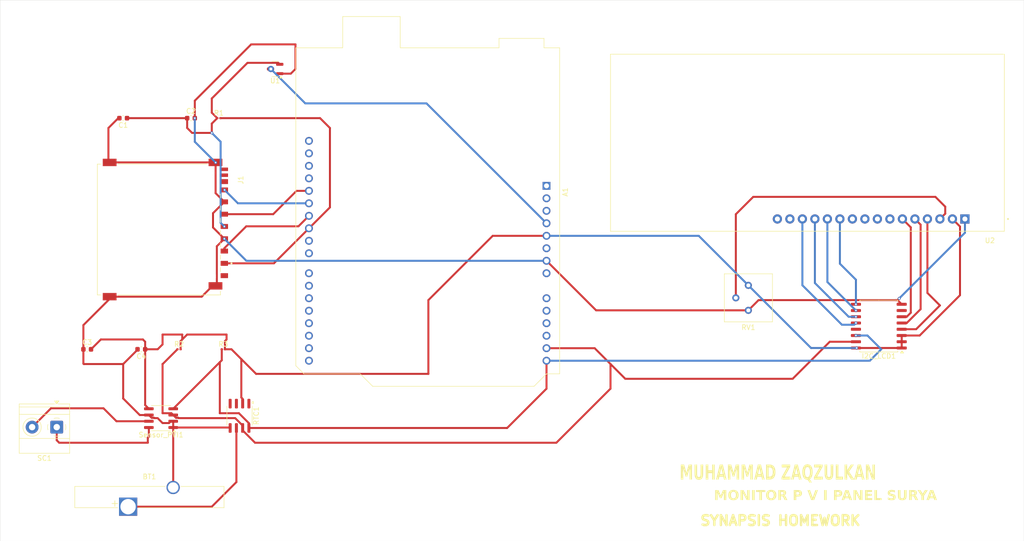
<source format=kicad_pcb>
(kicad_pcb (version 20241229) (generator "pcbnew") (generator_version "9.0")
  (layers (0 "F.Cu" signal) (2 "B.Cu" signal) (13 "F.Paste" user) (15 "B.Paste" user) (5 "F.SilkS" user "F.Silkscreen") (7 "B.SilkS" user "B.Silkscreen") (1 "F.Mask" user) (3 "B.Mask" user) (25 "Edge.Cuts" user))
  (net 0 "")
  (net 5 "Net-(A1-D13)")
  (net 7 "Net-(A1-3V3)")
  (net 8 "Net-(A1-D10)")
  (net 12 "Net-(I2C_LCD1-SDA)")
  (net 13 "Net-(A1-D12)")
  (net 17 "Net-(I2C_LCD1-SCL)")
  (net 18 "Net-(BT1--)")
  (net 23 "Net-(A1-D11)")
  (net 25 "Net-(A1-+5V)")
  (net 33 "Net-(BT1-+)")
  (net 34 "Net-(I2C_LCD1-P2)")
  (net 35 "Net-(I2C_LCD1-P6)")
  (net 36 "Net-(I2C_LCD1-P7)")
  (net 39 "Net-(I2C_LCD1-P5)")
  (net 40 "Net-(I2C_LCD1-P0)")
  (net 41 "Net-(I2C_LCD1-P4)")
  (net 42 "Net-(I2C_LCD1-P1)")
  (net 46 "Net-(SC1-+)")
  (net 47 "Net-(SC1--)")
  (net 48 "Net-(J1-VDD1)")
  (net 58 "Net-(U2-VO)")
  (footprint "Resistor_SMD:R_0201_0603Metric" (layer "F.Cu") (at 141.345 143)
    (property "Reference" "R3" (at 0 -1.05 0) (layer "F.SilkS"))
    (property "Value" "4.7k")
    (pad "1" smd roundrect (at -0.32 0) (size 0.46 0.4) (layers "F.Cu" "F.Mask") (net 17 "Net-(I2C_LCD1-SCL)"))
    (pad "2" smd roundrect (at 0.32 0) (size 0.46 0.4) (layers "F.Cu" "F.Mask") (net 25 "Net-(A1-+5V)"))
  )
  (footprint "Resistor_SMD:R_0201_0603Metric" (layer "F.Cu") (at 140.43 96)
    (property "Reference" "R1" (at 0 -1.05 0) (layer "F.SilkS"))
    (property "Value" "10k pullup")
    (pad "1" smd roundrect (at -0.32 0) (size 0.46 0.4) (layers "F.Cu" "F.Mask") (net 48 "Net-(J1-VDD1)"))
    (pad "2" smd roundrect (at 0.32 0) (size 0.46 0.4) (layers "F.Cu" "F.Mask") (net 8 "Net-(A1-D10)"))
  )
  (footprint "Potentiometer_THT:Potentiometer_Bourns_3386P_Vertical" (layer "F.Cu") (at 248 130 180)
    (property "Reference" "RV1" (at -0.015 -8.555 0) (layer "F.SilkS"))
    (property "Value" "R_Potentiometer")
    (fp_line (start 4.87 -7.425) (end 4.87 2.345) (stroke (width 0.12)) (layer "F.SilkS"))
    (fp_line (start -4.9 2.345) (end 4.87 2.345) (stroke (width 0.12)) (layer "F.SilkS"))
    (fp_line (start -4.9 -7.425) (end 4.87 -7.425) (stroke (width 0.12)) (layer "F.SilkS"))
    (fp_line (start -4.9 -7.425) (end -4.9 2.345) (stroke (width 0.12)) (layer "F.SilkS"))
    (pad "1" thru_hole circle (at 0 0 180) (size 1.44 1.44) (drill 0.8) (layers "*.Cu" "*.Mask") (net 25 "Net-(A1-+5V)"))
    (pad "2" thru_hole circle (at 2.54 -2.54 180) (size 1.44 1.44) (drill 0.8) (layers "*.Cu" "*.Mask") (net 58 "Net-(U2-VO)"))
    (pad "3" thru_hole circle (at 0 -5.08 180) (size 1.44 1.44) (drill 0.8) (layers "*.Cu" "*.Mask") (net 18 "Net-(BT1--)"))
  )
  (footprint "Capacitor_SMD:C_0603_1608Metric" (layer "F.Cu") (at 121 96 180)
    (property "Reference" "C1" (at 0 -1.43 0) (layer "F.SilkS"))
    (property "Value" "0.1 uF")
    (fp_line (start -0.14058 0.51) (end 0.14058 0.51) (stroke (width 0.12)) (layer "F.SilkS"))
    (fp_line (start -0.14058 -0.51) (end 0.14058 -0.51) (stroke (width 0.12)) (layer "F.SilkS"))
    (pad "1" smd roundrect (at -0.775 0 180) (size 0.9 0.95) (layers "F.Cu" "F.Mask" "F.Paste") (net 48 "Net-(J1-VDD1)"))
    (pad "2" smd roundrect (at 0.775 0 180) (size 0.9 0.95) (layers "F.Cu" "F.Mask" "F.Paste") (net 18 "Net-(BT1--)"))
  )
  (footprint "Capacitor_SMD:C_0603_1608Metric" (layer "F.Cu") (at 113.69 143)
    (property "Reference" "C3" (at 0 -1.43 0) (layer "F.SilkS"))
    (property "Value" "0.1 uF")
    (fp_line (start -0.14058 -0.51) (end 0.14058 -0.51) (stroke (width 0.12)) (layer "F.SilkS"))
    (fp_line (start -0.14058 0.51) (end 0.14058 0.51) (stroke (width 0.12)) (layer "F.SilkS"))
    (pad "1" smd roundrect (at -0.775 0) (size 0.9 0.95) (layers "F.Cu" "F.Mask" "F.Paste") (net 18 "Net-(BT1--)"))
    (pad "2" smd roundrect (at 0.775 0) (size 0.9 0.95) (layers "F.Cu" "F.Mask" "F.Paste") (net 25 "Net-(A1-+5V)"))
  )
  (footprint "Package_SO:SOIC-8_3.9x4.9mm_P1.27mm" (layer "F.Cu") (at 144.635 156.525 -90)
    (property "Reference" "RTC1" (at 0 -3.4 90) (layer "F.SilkS"))
    (property "Value" "DS3231MZ")
    (fp_line (start 0 2.56) (end -1.95 2.56) (stroke (width 0.12)) (layer "F.SilkS"))
    (fp_line (start 0 2.56) (end 1.95 2.56) (stroke (width 0.12)) (layer "F.SilkS"))
    (fp_line (start 0 -2.56) (end -1.95 -2.56) (stroke (width 0.12)) (layer "F.SilkS"))
    (fp_line (start 0 -2.56) (end 1.95 -2.56) (stroke (width 0.12)) (layer "F.SilkS"))
    (fp_poly (pts (xy -2.7 -2.465) (xy -2.94 -2.795) (xy -2.46 -2.795) (xy -2.7 -2.465)) (stroke (width 0.12)) (fill yes) (layer "F.SilkS"))
    (pad "1" smd roundrect (at -2.475 -1.905 270) (size 1.95 0.6) (layers "F.Cu" "F.Mask" "F.Paste"))
    (pad "2" smd roundrect (at -2.475 -0.635 270) (size 1.95 0.6) (layers "F.Cu" "F.Mask" "F.Paste") (net 25 "Net-(A1-+5V)"))
    (pad "3" smd roundrect (at -2.475 0.635 270) (size 1.95 0.6) (layers "F.Cu" "F.Mask" "F.Paste"))
    (pad "4" smd roundrect (at -2.475 1.905 270) (size 1.95 0.6) (layers "F.Cu" "F.Mask" "F.Paste"))
    (pad "5" smd roundrect (at 2.475 1.905 270) (size 1.95 0.6) (layers "F.Cu" "F.Mask" "F.Paste") (net 18 "Net-(BT1--)"))
    (pad "6" smd roundrect (at 2.475 0.635 270) (size 1.95 0.6) (layers "F.Cu" "F.Mask" "F.Paste") (net 33 "Net-(BT1-+)"))
    (pad "7" smd roundrect (at 2.475 -0.635 270) (size 1.95 0.6) (layers "F.Cu" "F.Mask" "F.Paste") (net 12 "Net-(I2C_LCD1-SDA)"))
    (pad "8" smd roundrect (at 2.475 -1.905 270) (size 1.95 0.6) (layers "F.Cu" "F.Mask" "F.Paste") (net 17 "Net-(I2C_LCD1-SCL)"))
  )
  (footprint "Package_TO_SOT_SMD:SOT-23" (layer "F.Cu") (at 151.87 86 180)
    (property "Reference" "U1" (at 0 -2.4 0) (layer "F.SilkS"))
    (property "Value" "MCP1700x-120xxTT")
    (fp_line (start 0 1.56) (end 0.65 1.56) (stroke (width 0.12)) (layer "F.SilkS"))
    (fp_line (start 0 1.56) (end -0.65 1.56) (stroke (width 0.12)) (layer "F.SilkS"))
    (fp_line (start 0 -1.56) (end 0.65 -1.56) (stroke (width 0.12)) (layer "F.SilkS"))
    (fp_line (start 0 -1.56) (end -0.65 -1.56) (stroke (width 0.12)) (layer "F.SilkS"))
    (fp_poly (pts (xy -1.1625 -1.51) (xy -1.4025 -1.84) (xy -0.9225 -1.84) (xy -1.1625 -1.51)) (stroke (width 0.12)) (fill yes) (layer "F.SilkS"))
    (pad "1" smd roundrect (at -0.9375 -0.95 180) (size 1.475 0.6) (layers "F.Cu" "F.Mask" "F.Paste") (net 18 "Net-(BT1--)"))
    (pad "2" smd roundrect (at -0.9375 0.95 180) (size 1.475 0.6) (layers "F.Cu" "F.Mask" "F.Paste") (net 48 "Net-(J1-VDD1)"))
    (pad "3" smd roundrect (at 0.9375 0 180) (size 1.475 0.6) (layers "F.Cu" "F.Mask" "F.Paste") (net 7 "Net-(A1-3V3)"))
  )
  (footprint "TerminalBlock_Phoenix:TerminalBlock_Phoenix_MKDS-1,5-2_1x02_P5.00mm_Horizontal" (layer "F.Cu") (at 107.5 158.8275 180)
    (property "Reference" "SC1" (at 2.5 -6.32 0) (layer "F.SilkS"))
    (property "Value" "Solar_Cell")
    (fp_line (start 7.62 -5.32) (end 7.62 4.72) (stroke (width 0.12)) (layer "F.SilkS"))
    (fp_line (start 6.411 -1.184) (end 6.367 -1.14) (stroke (width 0.12)) (layer "F.SilkS"))
    (fp_line (start 6.184 -1.411) (end 6.14 -1.367) (stroke (width 0.12)) (layer "F.SilkS"))
    (fp_line (start 3.86 1.367) (end 3.816 1.41) (stroke (width 0.12)) (layer "F.SilkS"))
    (fp_line (start 3.633 1.14) (end 3.589 1.183) (stroke (width 0.12)) (layer "F.SilkS"))
    (fp_line (start 0.3 4.72) (end 7.62 4.72) (stroke (width 0.12)) (layer "F.SilkS"))
    (fp_line (start -2.62 4.72) (end -0.3 4.72) (stroke (width 0.12)) (layer "F.SilkS"))
    (fp_line (start -2.62 4.1) (end 7.62 4.1) (stroke (width 0.12)) (layer "F.SilkS"))
    (fp_line (start -2.62 2.6) (end 7.62 2.6) (stroke (width 0.12)) (layer "F.SilkS"))
    (fp_line (start -2.62 -2.3) (end 7.62 -2.3) (stroke (width 0.12)) (layer "F.SilkS"))
    (fp_line (start -2.62 -5.32) (end 7.62 -5.32) (stroke (width 0.12)) (layer "F.SilkS"))
    (fp_line (start -2.62 -5.32) (end -2.62 4.72) (stroke (width 0.12)) (layer "F.SilkS"))
    (fp_arc (start 1.78 -0.54) (mid 1.860107 -0.000355) (end 1.780206 0.539321) (stroke (width 0.12)) (layer "F.SilkS"))
    (fp_arc (start 0.54 1.78) (mid 0.000355 1.860107) (end -0.539321 1.780206) (stroke (width 0.12)) (layer "F.SilkS"))
    (fp_arc (start -0.54 -1.78) (mid -0.000355 -1.860107) (end 0.539321 -1.780206) (stroke (width 0.12)) (layer "F.SilkS"))
    (fp_arc (start -1.78 0.54) (mid -1.860107 0.000355) (end -1.780206 -0.539321) (stroke (width 0.12)) (layer "F.SilkS"))
    (fp_circle (center 5 0) (end 6.86 0) (stroke (width 0.12)) (fill no) (layer "F.SilkS"))
    (fp_poly (pts (xy 0 4.72) (xy 0.44 5.33) (xy -0.44 5.33) (xy 0 4.72)) (stroke (width 0.12)) (fill yes) (layer "F.SilkS"))
    (pad "1" thru_hole roundrect (at 0 0 180) (size 2.6 2.6) (drill 1.3) (layers "*.Cu" "*.Mask") (roundrect_rratio 0.096154) (net 46 "Net-(SC1-+)"))
    (pad "2" thru_hole circle (at 5 0 180) (size 2.6 2.6) (drill 1.3) (layers "*.Cu" "*.Mask") (net 47 "Net-(SC1--)"))
  )
  (footprint "Package_SO:SOIC-8_3.9x4.9mm_P1.27mm" (layer "F.Cu") (at 128.69 157 180)
    (property "Reference" "Sensor_PVI1" (at 0 -3.4 0) (layer "F.SilkS"))
    (property "Value" "INA219AxD" (hide yes))
    (fp_line (start 0 2.56) (end 1.95 2.56) (stroke (width 0.12)) (layer "F.SilkS"))
    (fp_line (start 0 2.56) (end -1.95 2.56) (stroke (width 0.12)) (layer "F.SilkS"))
    (fp_line (start 0 -2.56) (end 1.95 -2.56) (stroke (width 0.12)) (layer "F.SilkS"))
    (fp_line (start 0 -2.56) (end -1.95 -2.56) (stroke (width 0.12)) (layer "F.SilkS"))
    (fp_poly (pts (xy -2.7 -2.465) (xy -2.94 -2.795) (xy -2.46 -2.795) (xy -2.7 -2.465)) (stroke (width 0.12)) (fill yes) (layer "F.SilkS"))
    (pad "1" smd roundrect (at -2.475 -1.905 180) (size 1.95 0.6) (layers "F.Cu" "F.Mask" "F.Paste") (net 18 "Net-(BT1--)"))
    (pad "2" smd roundrect (at -2.475 -0.635 180) (size 1.95 0.6) (layers "F.Cu" "F.Mask" "F.Paste") (net 18 "Net-(BT1--)"))
    (pad "3" smd roundrect (at -2.475 0.635 180) (size 1.95 0.6) (layers "F.Cu" "F.Mask" "F.Paste") (net 12 "Net-(I2C_LCD1-SDA)"))
    (pad "4" smd roundrect (at -2.475 1.905 180) (size 1.95 0.6) (layers "F.Cu" "F.Mask" "F.Paste") (net 17 "Net-(I2C_LCD1-SCL)"))
    (pad "5" smd roundrect (at 2.475 1.905 180) (size 1.95 0.6) (layers "F.Cu" "F.Mask" "F.Paste") (net 25 "Net-(A1-+5V)"))
    (pad "6" smd roundrect (at 2.475 0.635 180) (size 1.95 0.6) (layers "F.Cu" "F.Mask" "F.Paste") (net 18 "Net-(BT1--)"))
    (pad "7" smd roundrect (at 2.475 -0.635 180) (size 1.95 0.6) (layers "F.Cu" "F.Mask" "F.Paste") (net 47 "Net-(SC1--)"))
    (pad "8" smd roundrect (at 2.475 -1.905 180) (size 1.95 0.6) (layers "F.Cu" "F.Mask" "F.Paste") (net 46 "Net-(SC1-+)"))
  )
  (footprint "Footprint GSD:AMPHENOL_GSD090012SEU" (layer "F.Cu") (at 128.25 118.65 -90)
    (property "Reference" "J1" (at -10.075 -16.635 90) (layer "F.SilkS"))
    (property "Value" "GSD090012SEU")
    (fp_line (start -13.3 12.5) (end -13.3 11.72) (stroke (width 0.127)) (layer "F.SilkS"))
    (fp_line (start 13.3 12.5) (end -13.3 12.5) (stroke (width 0.127)) (layer "F.SilkS"))
    (fp_line (start 13.3 12.5) (end 13.3 11.72) (stroke (width 0.127)) (layer "F.SilkS"))
    (fp_line (start -13.3 -9.78) (end -13.3 8.28) (stroke (width 0.127)) (layer "F.SilkS"))
    (fp_line (start -7.23 -12.5) (end -6.445 -12.5) (stroke (width 0.127)) (layer "F.SilkS"))
    (fp_line (start -4.805 -12.5) (end -3.945 -12.5) (stroke (width 0.127)) (layer "F.SilkS"))
    (fp_line (start -2.305 -12.5) (end -1.445 -12.5) (stroke (width 0.127)) (layer "F.SilkS"))
    (fp_line (start 0.195 -12.5) (end 1.055 -12.5) (stroke (width 0.127)) (layer "F.SilkS"))
    (fp_line (start 2.695 -12.5) (end 3.555 -12.5) (stroke (width 0.127)) (layer "F.SilkS"))
    (fp_line (start 5.195 -12.5) (end 6.055 -12.5) (stroke (width 0.127)) (layer "F.SilkS"))
    (fp_line (start 7.695 -12.5) (end 8.555 -12.5) (stroke (width 0.127)) (layer "F.SilkS"))
    (fp_line (start 12.52 -12.5) (end 13.3 -12.5) (stroke (width 0.127)) (layer "F.SilkS"))
    (fp_line (start 13.3 -12.5) (end 13.3 8.28) (stroke (width 0.127)) (layer "F.SilkS"))
    (fp_circle (center 6.875 -14.75) (end 6.975 -14.75) (stroke (width 0.2)) (fill no) (layer "F.SilkS"))
    (pad "" np_thru_hole circle (at -11.5 -10.5 270) (size 1.15 1.15) (drill 1.15) (layers "*.Cu" "*.Mask"))
    (pad "" np_thru_hole circle (at 9.5 -10.5 270) (size 1.65 1.65) (drill 1.65) (layers "*.Cu" "*.Mask"))
    (pad "1" smd rect (at 6.875 -13.3 270) (size 1 1.5) (layers "F.Cu" "F.Mask" "F.Paste") (net 8 "Net-(A1-D10)"))
    (pad "2" smd rect (at 4.375 -13.3 270) (size 1 1.5) (layers "F.Cu" "F.Mask" "F.Paste") (net 23 "Net-(A1-D11)"))
    (pad "3" smd rect (at 1.875 -13.3 270) (size 1 1.5) (layers "F.Cu" "F.Mask" "F.Paste") (net 18 "Net-(BT1--)"))
    (pad "4" smd rect (at -0.625 -13.3 270) (size 1 1.5) (layers "F.Cu" "F.Mask" "F.Paste") (net 48 "Net-(J1-VDD1)"))
    (pad "5" smd rect (at -3.125 -13.3 270) (size 1 1.5) (layers "F.Cu" "F.Mask" "F.Paste") (net 5 "Net-(A1-D13)"))
    (pad "6" smd rect (at -5.625 -13.3 270) (size 1 1.5) (layers "F.Cu" "F.Mask" "F.Paste") (net 18 "Net-(BT1--)"))
    (pad "7" smd rect (at -8.05 -13.3 270) (size 1 1.5) (layers "F.Cu" "F.Mask" "F.Paste") (net 13 "Net-(A1-D12)"))
    (pad "8" smd rect (at -9.75 -13.3 270) (size 1 1.5) (layers "F.Cu" "F.Mask" "F.Paste"))
    (pad "9" smd rect (at 9.375 -13.3 270) (size 1 1.5) (layers "F.Cu" "F.Mask" "F.Paste"))
    (pad "CD_IND" smd rect (at -11.05 -13.3 270) (size 0.7 1.5) (layers "F.Cu" "F.Mask" "F.Paste"))
    (pad "G1" smd rect (at -13.65 -11.5 270) (size 1.5 2.8) (layers "F.Cu" "F.Mask" "F.Paste") (net 18 "Net-(BT1--)"))
    (pad "G2" smd rect (at 11.45 -11.5 270) (size 1.5 2.8) (layers "F.Cu" "F.Mask" "F.Paste") (net 18 "Net-(BT1--)"))
    (pad "G3" smd rect (at 13.65 10 270) (size 1.5 2.8) (layers "F.Cu" "F.Mask" "F.Paste") (net 18 "Net-(BT1--)"))
    (pad "G4" smd rect (at -13.65 10 270) (size 1.5 2.8) (layers "F.Cu" "F.Mask" "F.Paste") (net 18 "Net-(BT1--)"))
    (pad "WP" smd rect (at -12.25 -13.3 270) (size 0.7 1.5) (layers "F.Cu" "F.Mask" "F.Paste"))
  )
  (footprint "F:MODULE_LCD-16X2" (layer "F.Cu") (at 260 101 180)
    (property "Reference" "U2" (at -37.075 -19.885 0) (layer "F.SilkS"))
    (property "Value" "LCD-16X2")
    (fp_line (start 40 18) (end -40 18) (stroke (width 0.127)) (layer "F.SilkS"))
    (fp_line (start 40 -18) (end 40 18) (stroke (width 0.127)) (layer "F.SilkS"))
    (fp_line (start -40 18) (end -40 -18) (stroke (width 0.127)) (layer "F.SilkS"))
    (fp_line (start -40 -18) (end 40 -18) (stroke (width 0.127)) (layer "F.SilkS"))
    (fp_circle (center -40.75 -15.5) (end -40.65 -15.5) (stroke (width 0.2)) (fill no) (layer "F.SilkS"))
    (pad "" np_thru_hole circle (at -37.5 -15.5 180) (size 2.8 2.8) (drill 2.8) (layers "*.Cu" "*.Mask"))
    (pad "" np_thru_hole circle (at -37.5 15.5 180) (size 2.8 2.8) (drill 2.8) (layers "*.Cu" "*.Mask"))
    (pad "" np_thru_hole circle (at 37.5 -15.5 180) (size 2.8 2.8) (drill 2.8) (layers "*.Cu" "*.Mask"))
    (pad "" np_thru_hole circle (at 37.5 15.5 180) (size 2.8 2.8) (drill 2.8) (layers "*.Cu" "*.Mask"))
    (pad "1" thru_hole rect (at -32 -15.5 180) (size 1.8796 1.8796) (drill 1.016) (layers "*.Cu" "*.Mask") (net 18 "Net-(BT1--)"))
    (pad "2" thru_hole circle (at -29.46 -15.5 180) (size 1.8796 1.8796) (drill 1.016) (layers "*.Cu" "*.Mask") (net 25 "Net-(A1-+5V)"))
    (pad "3" thru_hole circle (at -26.92 -15.5 180) (size 1.8796 1.8796) (drill 1.016) (layers "*.Cu" "*.Mask") (net 58 "Net-(U2-VO)"))
    (pad "4" thru_hole circle (at -24.38 -15.5 180) (size 1.8796 1.8796) (drill 1.016) (layers "*.Cu" "*.Mask") (net 40 "Net-(I2C_LCD1-P0)"))
    (pad "5" thru_hole circle (at -21.84 -15.5 180) (size 1.8796 1.8796) (drill 1.016) (layers "*.Cu" "*.Mask") (net 42 "Net-(I2C_LCD1-P1)"))
    (pad "6" thru_hole circle (at -19.3 -15.5 180) (size 1.8796 1.8796) (drill 1.016) (layers "*.Cu" "*.Mask") (net 34 "Net-(I2C_LCD1-P2)"))
    (pad "7" thru_hole circle (at -16.76 -15.5 180) (size 1.8796 1.8796) (drill 1.016) (layers "*.Cu" "*.Mask"))
    (pad "8" thru_hole circle (at -14.22 -15.5 180) (size 1.8796 1.8796) (drill 1.016) (layers "*.Cu" "*.Mask"))
    (pad "9" thru_hole circle (at -11.68 -15.5 180) (size 1.8796 1.8796) (drill 1.016) (layers "*.Cu" "*.Mask"))
    (pad "10" thru_hole circle (at -9.14 -15.5 180) (size 1.8796 1.8796) (drill 1.016) (layers "*.Cu" "*.Mask"))
    (pad "11" thru_hole circle (at -6.6 -15.5 180) (size 1.8796 1.8796) (drill 1.016) (layers "*.Cu" "*.Mask") (net 41 "Net-(I2C_LCD1-P4)"))
    (pad "12" thru_hole circle (at -4.06 -15.5 180) (size 1.8796 1.8796) (drill 1.016) (layers "*.Cu" "*.Mask") (net 39 "Net-(I2C_LCD1-P5)"))
    (pad "13" thru_hole circle (at -1.52 -15.5 180) (size 1.8796 1.8796) (drill 1.016) (layers "*.Cu" "*.Mask") (net 35 "Net-(I2C_LCD1-P6)"))
    (pad "14" thru_hole circle (at 1.02 -15.5 180) (size 1.8796 1.8796) (drill 1.016) (layers "*.Cu" "*.Mask") (net 36 "Net-(I2C_LCD1-P7)"))
    (pad "15" thru_hole circle (at 3.56 -15.5 180) (size 1.8796 1.8796) (drill 1.016) (layers "*.Cu" "*.Mask"))
    (pad "16" thru_hole circle (at 6.1 -15.5 180) (size 1.8796 1.8796) (drill 1.016) (layers "*.Cu" "*.Mask"))
  )
  (footprint "Capacitor_SMD:C_0603_1608Metric" (layer "F.Cu") (at 134.775 96)
    (property "Reference" "C2" (at 0 -1.43 0) (layer "F.SilkS"))
    (property "Value" "10 uF")
    (fp_line (start -0.14058 -0.51) (end 0.14058 -0.51) (stroke (width 0.12)) (layer "F.SilkS"))
    (fp_line (start -0.14058 0.51) (end 0.14058 0.51) (stroke (width 0.12)) (layer "F.SilkS"))
    (pad "1" smd roundrect (at -0.775 0) (size 0.9 0.95) (layers "F.Cu" "F.Mask" "F.Paste") (net 48 "Net-(J1-VDD1)"))
    (pad "2" smd roundrect (at 0.775 0) (size 0.9 0.95) (layers "F.Cu" "F.Mask" "F.Paste") (net 18 "Net-(BT1--)"))
  )
  (footprint "Resistor_SMD:R_0201_0603Metric" (layer "F.Cu") (at 132.345 143)
    (property "Reference" "R2" (at 0 -1.05 0) (layer "F.SilkS"))
    (property "Value" "4.7k")
    (pad "1" smd roundrect (at -0.32 0) (size 0.46 0.4) (layers "F.Cu" "F.Mask") (net 12 "Net-(I2C_LCD1-SDA)"))
    (pad "2" smd roundrect (at 0.32 0) (size 0.46 0.4) (layers "F.Cu" "F.Mask") (net 25 "Net-(A1-+5V)"))
  )
  (footprint "Capacitor_SMD:C_0603_1608Metric" (layer "F.Cu") (at 124.69 143 180)
    (property "Reference" "C4" (at 0 -1.43 0) (layer "F.SilkS"))
    (property "Value" "0.1 uF")
    (fp_line (start -0.14058 0.51) (end 0.14058 0.51) (stroke (width 0.12)) (layer "F.SilkS"))
    (fp_line (start -0.14058 -0.51) (end 0.14058 -0.51) (stroke (width 0.12)) (layer "F.SilkS"))
    (pad "1" smd roundrect (at -0.775 0 180) (size 0.9 0.95) (layers "F.Cu" "F.Mask" "F.Paste") (net 25 "Net-(A1-+5V)"))
    (pad "2" smd roundrect (at 0.775 0 180) (size 0.9 0.95) (layers "F.Cu" "F.Mask" "F.Paste") (net 18 "Net-(BT1--)"))
  )
  (footprint "Package_SO:SOIC-16W_7.5x10.3mm_P1.27mm" (layer "F.Cu") (at 274.505 138.29 180)
    (property "Reference" "I2C_LCD1" (at 0 -6.1 0) (layer "F.SilkS"))
    (property "Value" "PCF8574AT")
    (fp_line (start 3.86 5.26) (end 3.86 5.005) (stroke (width 0.12)) (layer "F.SilkS"))
    (fp_line (start 3.86 -5.26) (end 3.86 -5.005) (stroke (width 0.12)) (layer "F.SilkS"))
    (fp_line (start 0 5.26) (end 3.86 5.26) (stroke (width 0.12)) (layer "F.SilkS"))
    (fp_line (start 0 5.26) (end -3.86 5.26) (stroke (width 0.12)) (layer "F.SilkS"))
    (fp_line (start 0 -5.26) (end 3.86 -5.26) (stroke (width 0.12)) (layer "F.SilkS"))
    (fp_line (start 0 -5.26) (end -3.86 -5.26) (stroke (width 0.12)) (layer "F.SilkS"))
    (fp_line (start -3.86 5.26) (end -3.86 5.005) (stroke (width 0.12)) (layer "F.SilkS"))
    (fp_line (start -3.86 -5.26) (end -3.86 -5.005) (stroke (width 0.12)) (layer "F.SilkS"))
    (fp_poly (pts (xy -4.7125 -5.005) (xy -5.0525 -5.475) (xy -4.3725 -5.475) (xy -4.7125 -5.005)) (stroke (width 0.12)) (fill yes) (layer "F.SilkS"))
    (pad "1" smd roundrect (at -4.65 -4.445 180) (size 2.05 0.6) (layers "F.Cu" "F.Mask" "F.Paste") (net 25 "Net-(A1-+5V)"))
    (pad "2" smd roundrect (at -4.65 -3.175 180) (size 2.05 0.6) (layers "F.Cu" "F.Mask" "F.Paste") (net 25 "Net-(A1-+5V)"))
    (pad "3" smd roundrect (at -4.65 -1.905 180) (size 2.05 0.6) (layers "F.Cu" "F.Mask" "F.Paste") (net 25 "Net-(A1-+5V)"))
    (pad "4" smd roundrect (at -4.65 -0.635 180) (size 2.05 0.6) (layers "F.Cu" "F.Mask" "F.Paste") (net 40 "Net-(I2C_LCD1-P0)"))
    (pad "5" smd roundrect (at -4.65 0.635 180) (size 2.05 0.6) (layers "F.Cu" "F.Mask" "F.Paste") (net 42 "Net-(I2C_LCD1-P1)"))
    (pad "6" smd roundrect (at -4.65 1.905 180) (size 2.05 0.6) (layers "F.Cu" "F.Mask" "F.Paste") (net 34 "Net-(I2C_LCD1-P2)"))
    (pad "7" smd roundrect (at -4.65 3.175 180) (size 2.05 0.6) (layers "F.Cu" "F.Mask" "F.Paste"))
    (pad "8" smd roundrect (at -4.65 4.445 180) (size 2.05 0.6) (layers "F.Cu" "F.Mask" "F.Paste") (net 18 "Net-(BT1--)"))
    (pad "9" smd roundrect (at 4.65 4.445 180) (size 2.05 0.6) (layers "F.Cu" "F.Mask" "F.Paste") (net 41 "Net-(I2C_LCD1-P4)"))
    (pad "10" smd roundrect (at 4.65 3.175 180) (size 2.05 0.6) (layers "F.Cu" "F.Mask" "F.Paste") (net 39 "Net-(I2C_LCD1-P5)"))
    (pad "11" smd roundrect (at 4.65 1.905 180) (size 2.05 0.6) (layers "F.Cu" "F.Mask" "F.Paste") (net 35 "Net-(I2C_LCD1-P6)"))
    (pad "12" smd roundrect (at 4.65 0.635 180) (size 2.05 0.6) (layers "F.Cu" "F.Mask" "F.Paste") (net 36 "Net-(I2C_LCD1-P7)"))
    (pad "13" smd roundrect (at 4.65 -0.635 180) (size 2.05 0.6) (layers "F.Cu" "F.Mask" "F.Paste"))
    (pad "14" smd roundrect (at 4.65 -1.905 180) (size 2.05 0.6) (layers "F.Cu" "F.Mask" "F.Paste") (net 17 "Net-(I2C_LCD1-SCL)"))
    (pad "15" smd roundrect (at 4.65 -3.175 180) (size 2.05 0.6) (layers "F.Cu" "F.Mask" "F.Paste") (net 12 "Net-(I2C_LCD1-SDA)"))
    (pad "16" smd roundrect (at 4.65 -4.445 180) (size 2.05 0.6) (layers "F.Cu" "F.Mask" "F.Paste") (net 25 "Net-(A1-+5V)"))
  )
  (footprint "Battery:Battery_Panasonic_CR3032-VCN_Vertical_CircularHoles" (layer "F.Cu") (at 122 175)
    (property "Reference" "BT1" (at 4.325 -6.1 0) (layer "F.SilkS"))
    (property "Value" "Battery_CR2032")
    (fp_line (start -10.835 -4.11) (end -10.835 0.21) (stroke (width 0.12)) (layer "F.SilkS"))
    (fp_line (start -10.835 -4.11) (end 7.54 -4.11) (stroke (width 0.12)) (layer "F.SilkS"))
    (fp_line (start -10.835 0.21) (end -2.11 0.21) (stroke (width 0.12)) (layer "F.SilkS"))
    (fp_line (start 2.11 0.21) (end 19.485 0.21) (stroke (width 0.12)) (layer "F.SilkS"))
    (fp_line (start 10.76 -4.11) (end 19.485 -4.11) (stroke (width 0.12)) (layer "F.SilkS"))
    (fp_line (start 19.485 -4.11) (end 19.485 0.21) (stroke (width 0.12)) (layer "F.SilkS"))
    (fp_text user "+" (at -2.7 -0.75 0) (layer "F.SilkS") (effects (font (size 1.5 1.5))))
    (pad "1" thru_hole rect (at 0 0) (size 3.7 3.7) (drill 3.12) (layers "*.Cu" "*.Mask") (net 33 "Net-(BT1-+)"))
    (pad "2" thru_hole circle (at 9.15 -3.9) (size 2.7 2.7) (drill 2.12) (layers "*.Cu" "*.Mask") (net 18 "Net-(BT1--)"))
  )
  (footprint "Module:Arduino_UNO_R3" (layer "F.Cu") (at 207 109.76 -90)
    (property "Reference" "A1" (at 1.27 -3.81 90) (layer "F.SilkS"))
    (property "Value" "Arduino_UNO_R3")
    (fp_line (start -28.07 50.93) (end 36.58 50.93) (stroke (width 0.12)) (layer "F.SilkS"))
    (fp_line (start 36.58 50.93) (end 38.23 49.28) (stroke (width 0.12)) (layer "F.SilkS"))
    (fp_line (start 38.23 49.28) (end 38.23 37.85) (stroke (width 0.12)) (layer "F.SilkS"))
    (fp_line (start -34.42 41.4) (end -28.07 41.4) (stroke (width 0.12)) (layer "F.SilkS"))
    (fp_line (start -28.07 41.4) (end -28.07 50.93) (stroke (width 0.12)) (layer "F.SilkS"))
    (fp_line (start 38.23 37.85) (end 40.77 35.31) (stroke (width 0.12)) (layer "F.SilkS"))
    (fp_line (start 40.77 35.31) (end 40.77 2.54) (stroke (width 0.12)) (layer "F.SilkS"))
    (fp_line (start -34.42 29.72) (end -34.42 41.4) (stroke (width 0.12)) (layer "F.SilkS"))
    (fp_line (start -28.07 29.72) (end -34.42 29.72) (stroke (width 0.12)) (layer "F.SilkS"))
    (fp_line (start -29.97 9.65) (end -28.07 9.65) (stroke (width 0.12)) (layer "F.SilkS"))
    (fp_line (start -28.07 9.65) (end -28.07 29.72) (stroke (width 0.12)) (layer "F.SilkS"))
    (fp_line (start 40.77 2.54) (end 38.23 0) (stroke (width 0.12)) (layer "F.SilkS"))
    (fp_line (start -29.97 0.51) (end -29.97 9.65) (stroke (width 0.12)) (layer "F.SilkS"))
    (fp_line (start -28.07 0.51) (end -29.97 0.51) (stroke (width 0.12)) (layer "F.SilkS"))
    (fp_line (start 38.23 0) (end 38.23 -2.67) (stroke (width 0.12)) (layer "F.SilkS"))
    (fp_line (start -28.07 -2.67) (end -28.07 0.51) (stroke (width 0.12)) (layer "F.SilkS"))
    (fp_line (start 38.23 -2.67) (end -28.07 -2.67) (stroke (width 0.12)) (layer "F.SilkS"))
    (pad "1" thru_hole rect (at 0 0) (size 1.6 1.6) (drill 1) (layers "*.Cu" "*.Mask"))
    (pad "2" thru_hole oval (at 2.54 0) (size 1.6 1.6) (drill 1) (layers "*.Cu" "*.Mask"))
    (pad "3" thru_hole oval (at 5.08 0) (size 1.6 1.6) (drill 1) (layers "*.Cu" "*.Mask"))
    (pad "4" thru_hole oval (at 7.62 0) (size 1.6 1.6) (drill 1) (layers "*.Cu" "*.Mask") (net 7 "Net-(A1-3V3)"))
    (pad "5" thru_hole oval (at 10.16 0) (size 1.6 1.6) (drill 1) (layers "*.Cu" "*.Mask") (net 25 "Net-(A1-+5V)"))
    (pad "6" thru_hole oval (at 12.7 0) (size 1.6 1.6) (drill 1) (layers "*.Cu" "*.Mask"))
    (pad "7" thru_hole oval (at 15.24 0) (size 1.6 1.6) (drill 1) (layers "*.Cu" "*.Mask") (net 18 "Net-(BT1--)"))
    (pad "8" thru_hole oval (at 17.78 0) (size 1.6 1.6) (drill 1) (layers "*.Cu" "*.Mask"))
    (pad "9" thru_hole oval (at 22.86 0) (size 1.6 1.6) (drill 1) (layers "*.Cu" "*.Mask"))
    (pad "10" thru_hole oval (at 25.4 0) (size 1.6 1.6) (drill 1) (layers "*.Cu" "*.Mask"))
    (pad "11" thru_hole oval (at 27.94 0) (size 1.6 1.6) (drill 1) (layers "*.Cu" "*.Mask"))
    (pad "12" thru_hole oval (at 30.48 0) (size 1.6 1.6) (drill 1) (layers "*.Cu" "*.Mask"))
    (pad "13" thru_hole oval (at 33.02 0) (size 1.6 1.6) (drill 1) (layers "*.Cu" "*.Mask") (net 12 "Net-(I2C_LCD1-SDA)"))
    (pad "14" thru_hole oval (at 35.56 0) (size 1.6 1.6) (drill 1) (layers "*.Cu" "*.Mask") (net 17 "Net-(I2C_LCD1-SCL)"))
    (pad "15" thru_hole oval (at 35.56 48.26) (size 1.6 1.6) (drill 1) (layers "*.Cu" "*.Mask"))
    (pad "16" thru_hole oval (at 33.02 48.26) (size 1.6 1.6) (drill 1) (layers "*.Cu" "*.Mask"))
    (pad "17" thru_hole oval (at 30.48 48.26) (size 1.6 1.6) (drill 1) (layers "*.Cu" "*.Mask"))
    (pad "18" thru_hole oval (at 27.94 48.26) (size 1.6 1.6) (drill 1) (layers "*.Cu" "*.Mask"))
    (pad "19" thru_hole oval (at 25.4 48.26) (size 1.6 1.6) (drill 1) (layers "*.Cu" "*.Mask"))
    (pad "20" thru_hole oval (at 22.86 48.26) (size 1.6 1.6) (drill 1) (layers "*.Cu" "*.Mask"))
    (pad "21" thru_hole oval (at 20.32 48.26) (size 1.6 1.6) (drill 1) (layers "*.Cu" "*.Mask"))
    (pad "22" thru_hole oval (at 17.78 48.26) (size 1.6 1.6) (drill 1) (layers "*.Cu" "*.Mask"))
    (pad "23" thru_hole oval (at 13.72 48.26) (size 1.6 1.6) (drill 1) (layers "*.Cu" "*.Mask"))
    (pad "24" thru_hole oval (at 11.18 48.26) (size 1.6 1.6) (drill 1) (layers "*.Cu" "*.Mask"))
    (pad "25" thru_hole oval (at 8.64 48.26) (size 1.6 1.6) (drill 1) (layers "*.Cu" "*.Mask") (net 8 "Net-(A1-D10)"))
    (pad "26" thru_hole oval (at 6.1 48.26) (size 1.6 1.6) (drill 1) (layers "*.Cu" "*.Mask") (net 23 "Net-(A1-D11)"))
    (pad "27" thru_hole oval (at 3.56 48.26) (size 1.6 1.6) (drill 1) (layers "*.Cu" "*.Mask") (net 13 "Net-(A1-D12)"))
    (pad "28" thru_hole oval (at 1.02 48.26) (size 1.6 1.6) (drill 1) (layers "*.Cu" "*.Mask") (net 5 "Net-(A1-D13)"))
    (pad "29" thru_hole oval (at -1.52 48.26) (size 1.6 1.6) (drill 1) (layers "*.Cu" "*.Mask"))
    (pad "30" thru_hole oval (at -4.06 48.26) (size 1.6 1.6) (drill 1) (layers "*.Cu" "*.Mask"))
    (pad "31" thru_hole oval (at -6.6 48.26) (size 1.6 1.6) (drill 1) (layers "*.Cu" "*.Mask"))
    (pad "32" thru_hole oval (at -9.14 48.26) (size 1.6 1.6) (drill 1) (layers "*.Cu" "*.Mask"))
  )
  (gr_rect (start 96 72) (end 304 182) (stroke (width 0.05)) (fill no) (layer "Edge.Cuts"))
  (gr_text "MUHAMMAD ZAQZULKAN" (at 254 170 0) (layer "F.SilkS") (effects (font (size 3 2) (thickness 0.2) (bold yes)) (justify bottom)))
  (gr_text "MONITOR P V I PANEL SURYA" (at 241 174 0) (layer "F.SilkS") (effects (font (size 2 2) (thickness 0.2) (bold yes)) (justify left bottom)))
  (gr_text "SYNAPSIS HOMEWORK" (at 238 179 0) (layer "F.SilkS") (effects (font (size 2 2) (thickness 0.5) (bold yes)) (justify left bottom)))
  (segment (start 158.74 110.78) (end 156.22 110.78) (width 0.4) (layer "F.Cu") (net 5))
  (segment (start 151.475 115.525) (end 141.55 115.525) (width 0.4) (layer "F.Cu") (net 5))
  (segment (start 156.22 110.78) (end 151.475 115.525) (width 0.4) (layer "F.Cu") (net 5))
  (via (at 151 86) (size 1.27) (drill 0.609) (layers "F.Cu" "B.Cu") (net 7))
  (segment (start 182.62 93) (end 182 93) (width 0.4) (layer "B.Cu") (net 7))
  (segment (start 158 93) (end 151 86) (width 0.4) (layer "B.Cu") (net 7))
  (segment (start 182 93) (end 158 93) (width 0.4) (layer "B.Cu") (net 7))
  (segment (start 207 117.38) (end 182.62 93) (width 0.4) (layer "B.Cu") (net 7))
  (segment (start 161 96) (end 163 98) (width 0.4) (layer "F.Cu") (net 8))
  (segment (start 163 114.14) (end 158.74 118.4) (width 0.4) (layer "F.Cu") (net 8))
  (segment (start 151.615 125.525) (end 141.55 125.525) (width 0.4) (layer "F.Cu") (net 8))
  (segment (start 158.74 118.4) (end 151.615 125.525) (width 0.4) (layer "F.Cu") (net 8))
  (segment (start 140.75 96) (end 161 96) (width 0.4) (layer "F.Cu") (net 8))
  (segment (start 163 98) (end 163 114.14) (width 0.4) (layer "F.Cu") (net 8))
  (segment (start 147.781612 162) (end 209 162) (width 0.4) (layer "F.Cu") (net 12))
  (segment (start 129.025 146) (end 129 146) (width 0.4) (layer "F.Cu") (net 12))
  (segment (start 223 149) (end 257 149) (width 0.4) (layer "F.Cu") (net 12))
  (segment (start 220 146) (end 223 149) (width 0.4) (layer "F.Cu") (net 12))
  (segment (start 145.27 158.511612) (end 145.27 159) (width 0.4) (layer "F.Cu") (net 12))
  (segment (start 131.734 156.934) (end 132.222388 156.934) (width 0.4) (layer "F.Cu") (net 12))
  (segment (start 143.758388 157) (end 145.27 158.511612) (width 0.4) (layer "F.Cu") (net 12))
  (segment (start 220 146) (end 216.78 142.78) (width 0.4) (layer "F.Cu") (net 12))
  (segment (start 145.27 159.488388) (end 147.781612 162) (width 0.4) (layer "F.Cu") (net 12))
  (segment (start 129 146) (end 129 156) (width 0.4) (layer "F.Cu") (net 12))
  (segment (start 129 156) (end 130.8 156) (width 0.4) (layer "F.Cu") (net 12))
  (segment (start 264.535 141.465) (end 269.855 141.465) (width 0.4) (layer "F.Cu") (net 12))
  (segment (start 209 162) (end 220 151) (width 0.4) (layer "F.Cu") (net 12))
  (segment (start 130.8 156) (end 131.165 156.365) (width 0.4) (layer "F.Cu") (net 12))
  (segment (start 216.78 142.78) (end 207 142.78) (width 0.4) (layer "F.Cu") (net 12))
  (segment (start 220 151) (end 220 146) (width 0.4) (layer "F.Cu") (net 12))
  (segment (start 257 149) (end 264.535 141.465) (width 0.4) (layer "F.Cu") (net 12))
  (segment (start 132.025 143) (end 129.025 146) (width 0.4) (layer "F.Cu") (net 12))
  (segment (start 132.288388 157) (end 143.758388 157) (width 0.4) (layer "F.Cu") (net 12))
  (segment (start 145.27 159) (end 145.27 159.488388) (width 0.4) (layer "F.Cu") (net 12))
  (segment (start 131.165 156.365) (end 131.734 156.934) (width 0.4) (layer "F.Cu") (net 12))
  (segment (start 132.222388 156.934) (end 132.288388 157) (width 0.4) (layer "F.Cu") (net 12))
  (segment (start 141.902 110.6) (end 141.55 110.6) (width 0.4) (layer "F.Cu") (net 13))
  (via (at 141.6 110.6) (size 0.6) (drill 0.3) (layers "F.Cu" "B.Cu") (net 13))
  (segment (start 158.74 113.32) (end 144.32 113.32) (width 0.4) (layer "B.Cu") (net 13))
  (segment (start 141.6 110.6) (end 141.55 110.6) (width 0.4) (layer "B.Cu") (net 13))
  (segment (start 144.32 113.32) (end 141.6 110.6) (width 0.4) (layer "B.Cu") (net 13))
  (segment (start 146.54 158.025001) (end 146.54 159) (width 0.4) (layer "F.Cu") (net 17))
  (segment (start 146.54 159) (end 199 159) (width 0.4) (layer "F.Cu") (net 17))
  (segment (start 140.63 156) (end 144.514999 156) (width 0.4) (layer "F.Cu") (net 17))
  (segment (start 141.025 143) (end 141.025 145.235) (width 0.4) (layer "F.Cu") (net 17))
  (segment (start 140.63 145.63) (end 140.63 156) (width 0.4) (layer "F.Cu") (net 17))
  (segment (start 199 159) (end 207 151) (width 0.4) (layer "F.Cu") (net 17))
  (segment (start 140.63 145.63) (end 131.165 155.095) (width 0.4) (layer "F.Cu") (net 17))
  (segment (start 141.025 145.235) (end 140.63 145.63) (width 0.4) (layer "F.Cu") (net 17))
  (segment (start 144.514999 156) (end 146.54 158.025001) (width 0.4) (layer "F.Cu") (net 17))
  (segment (start 207 151) (end 207 145.32) (width 0.4) (layer "F.Cu") (net 17))
  (via (at 269.855 140.195) (size 0.6) (drill 0.3) (layers "F.Cu" "B.Cu") (net 17))
  (segment (start 272.68 145.32) (end 207 145.32) (width 0.4) (layer "B.Cu") (net 17))
  (segment (start 272.195 140.195) (end 275 143) (width 0.4) (layer "B.Cu") (net 17))
  (segment (start 275 143) (end 272.68 145.32) (width 0.4) (layer "B.Cu") (net 17))
  (segment (start 269.855 140.195) (end 272.195 140.195) (width 0.4) (layer "B.Cu") (net 17))
  (segment (start 123.915 143.085) (end 123.915 143) (width 0.4) (layer "F.Cu") (net 18))
  (segment (start 127.272388 156.934) (end 127.338388 157) (width 0.4) (layer "F.Cu") (net 18))
  (segment (start 126.215 156.365) (end 126.784 156.934) (width 0.4) (layer "F.Cu") (net 18))
  (segment (start 112.915 138.085) (end 112.915 143) (width 0.4) (layer "F.Cu") (net 18))
  (segment (start 126.784 156.934) (end 127.272388 156.934) (width 0.4) (layer "F.Cu") (net 18))
  (segment (start 127.338388 157) (end 128 157) (width 0.4) (layer "F.Cu") (net 18))
  (segment (start 118.25 132.3) (end 118.25 132.75) (width 0.4) (layer "F.Cu") (net 18))
  (segment (start 139.75 130.1) (end 139.15 130.1) (width 0.4) (layer "F.Cu") (net 18))
  (segment (start 131.165 157.635) (end 131.165 158.905) (width 0.4) (layer "F.Cu") (net 18))
  (segment (start 112.915 143) (end 112.915 145.915) (width 0.4) (layer "F.Cu") (net 18))
  (segment (start 141.55 120.525) (end 140.026 122.049) (width 0.4) (layer "F.Cu") (net 18))
  (segment (start 147 81) (end 135.55 92.45) (width 0.4) (layer "F.Cu") (net 18))
  (segment (start 118 98) (end 118 104.75) (width 0.4) (layer "F.Cu") (net 18))
  (segment (start 139.75 105) (end 139.776 105.026) (width 0.4) (layer "F.Cu") (net 18))
  (segment (start 124.365 156.365) (end 126.215 156.365) (width 0.4) (layer "F.Cu") (net 18))
  (segment (start 129 158) (end 130.311612 158) (width 0.4) (layer "F.Cu") (net 18))
  (segment (start 250.08 133) (end 248 135.08) (width 0.4) (layer "F.Cu") (net 18))
  (segment (start 139.776 111.251) (end 141.55 113.025) (width 0.4) (layer "F.Cu") (net 18))
  (segment (start 142.635 158.905) (end 142.73 159) (width 0.4) (layer "F.Cu") (net 18))
  (segment (start 113 146) (end 121 146) (width 0.4) (layer "F.Cu") (net 18))
  (segment (start 278.655 132.655) (end 278.31 133) (width 0.4) (layer "F.Cu") (net 18))
  (segment (start 140.026 129.824) (end 139.75 130.1) (width 0.4) (layer "F.Cu") (net 18))
  (segment (start 118.25 132.75) (end 112.915 138.085) (width 0.4) (layer "F.Cu") (net 18))
  (segment (start 217.08 135.08) (end 207 125) (width 0.4) (layer "F.Cu") (net 18))
  (segment (start 130.676612 157.635) (end 131.165 157.635) (width 0.4) (layer "F.Cu") (net 18))
  (segment (start 139.15 130.1) (end 136.95 132.3) (width 0.4) (layer "F.Cu") (net 18))
  (segment (start 140.026 122.049) (end 140.026 129.824) (width 0.4) (layer "F.Cu") (net 18))
  (segment (start 112.915 145.915) (end 113 146) (width 0.4) (layer "F.Cu") (net 18))
  (segment (start 120.225 96) (end 120 96) (width 0.4) (layer "F.Cu") (net 18))
  (segment (start 139.25 115.325) (end 139.25 118.225) (width 0.4) (layer "F.Cu") (net 18))
  (segment (start 156 81) (end 147 81) (width 0.4) (layer "F.Cu") (net 18))
  (segment (start 139.776 105.026) (end 139.776 111.251) (width 0.4) (layer "F.Cu") (net 18))
  (segment (start 131.165 158.905) (end 131.165 171.085) (width 0.4) (layer "F.Cu") (net 18))
  (segment (start 248 135.08) (end 217.08 135.08) (width 0.4) (layer "F.Cu") (net 18))
  (segment (start 278 133) (end 250.08 133) (width 0.4) (layer "F.Cu") (net 18))
  (segment (start 135.55 92.45) (end 135.55 96) (width 0.4) (layer "F.Cu") (net 18))
  (segment (start 155.05 86.95) (end 156 86) (width 0.4) (layer "F.Cu") (net 18))
  (segment (start 118 104.75) (end 118.25 105) (width 0.4) (layer "F.Cu") (net 18))
  (segment (start 152.8075 86.95) (end 155.05 86.95) (width 0.4) (layer "F.Cu") (net 18))
  (segment (start 156 86) (end 156 81) (width 0.4) (layer "F.Cu") (net 18))
  (segment (start 118.25 105) (end 139.75 105) (width 0.4) (layer "F.Cu") (net 18))
  (segment (start 278.31 133) (end 279.155 133.845) (width 0.4) (layer "F.Cu") (net 18))
  (segment (start 128 157) (end 129 158) (width 0.4) (layer "F.Cu") (net 18))
  (segment (start 278.31 133) (end 278 133) (width 0.4) (layer "F.Cu") (net 18))
  (segment (start 130.311612 158) (end 130.676612 157.635) (width 0.4) (layer "F.Cu") (net 18))
  (segment (start 139.25 118.225) (end 141.55 120.525) (width 0.4) (layer "F.Cu") (net 18))
  (segment (start 131.165 158.905) (end 142.635 158.905) (width 0.4) (layer "F.Cu") (net 18))
  (segment (start 121 146) (end 123.915 143.085) (width 0.4) (layer "F.Cu") (net 18))
  (segment (start 131.165 171.085) (end 131.15 171.1) (width 0.4) (layer "F.Cu") (net 18))
  (segment (start 141.55 113.025) (end 139.25 115.325) (width 0.4) (layer "F.Cu") (net 18))
  (segment (start 121 153) (end 124.365 156.365) (width 0.4) (layer "F.Cu") (net 18))
  (segment (start 136.95 132.3) (end 118.25 132.3) (width 0.4) (layer "F.Cu") (net 18))
  (segment (start 121 146) (end 121 153) (width 0.4) (layer "F.Cu") (net 18))
  (segment (start 120 96) (end 118 98) (width 0.4) (layer "F.Cu") (net 18))
  (via (at 139.776 105.026) (size 0.6) (drill 0.3) (layers "F.Cu" "B.Cu") (net 18))
  (via (at 141.55 120.525) (size 0.6) (drill 0.3) (layers "F.Cu" "B.Cu") (net 18))
  (via (at 278.655 132.655) (size 0.6) (drill 0.3) (layers "F.Cu" "B.Cu") (net 18))
  (via (at 135.55 96) (size 0.6) (drill 0.3) (layers "F.Cu" "B.Cu") (net 18))
  (segment (start 278.655 132.655) (end 292 119.31) (width 0.4) (layer "B.Cu") (net 18))
  (segment (start 135.55 96) (end 135.55 100.8) (width 0.4) (layer "B.Cu") (net 18))
  (segment (start 146.025 125) (end 207 125) (width 0.4) (layer "B.Cu") (net 18))
  (segment (start 141.55 120.525) (end 146.025 125) (width 0.4) (layer "B.Cu") (net 18))
  (segment (start 292 119.31) (end 292 116.5) (width 0.4) (layer "B.Cu") (net 18))
  (segment (start 135.55 100.8) (end 139.776 105.026) (width 0.4) (layer "B.Cu") (net 18))
  (segment (start 158.74 115.86) (end 156.6 118) (width 0.4) (layer "F.Cu") (net 23))
  (segment (start 141.55 122.45) (end 141.55 123.025) (width 0.4) (layer "F.Cu") (net 23))
  (segment (start 146 118) (end 141.55 122.45) (width 0.4) (layer "F.Cu") (net 23))
  (segment (start 156.6 118) (end 146 118) (width 0.4) (layer "F.Cu") (net 23))
  (segment (start 141.665 141.335) (end 141.665 143) (width 0.4) (layer "F.Cu") (net 25))
  (segment (start 133 141) (end 132.665 141.335) (width 0.4) (layer "F.Cu") (net 25))
  (segment (start 125 141) (end 125.465 141.465) (width 0.4) (layer "F.Cu") (net 25))
  (segment (start 148 148) (end 183 148) (width 0.4) (layer "F.Cu") (net 25))
  (segment (start 270 142.735) (end 279.155 142.735) (width 0.4) (layer "F.Cu") (net 25))
  (segment (start 291 132) (end 291 118.04) (width 0.4) (layer "F.Cu") (net 25))
  (segment (start 133 141) (end 134 140) (width 0.4) (layer "F.Cu") (net 25))
  (segment (start 143 143) (end 145 145) (width 0.4) (layer "F.Cu") (net 25))
  (segment (start 291 118.04) (end 289.46 116.5) (width 0.4) (layer "F.Cu") (net 25))
  (segment (start 125.465 154.345) (end 126.215 155.095) (width 0.4) (layer "F.Cu") (net 25))
  (segment (start 133 140) (end 133 141) (width 0.4) (layer "F.Cu") (net 25))
  (segment (start 132.665 141.335) (end 132.665 143) (width 0.4) (layer "F.Cu") (net 25))
  (segment (start 142 141) (end 141.665 141.335) (width 0.4) (layer "F.Cu") (net 25))
  (segment (start 128 143) (end 129 142) (width 0.4) (layer "F.Cu") (net 25))
  (segment (start 282.805 140.195) (end 291 132) (width 0.4) (layer "F.Cu") (net 25))
  (segment (start 145 145) (end 148 148) (width 0.4) (layer "F.Cu") (net 25))
  (segment (start 279.155 141.465) (end 279.155 140.195) (width 0.4) (layer "F.Cu") (net 25))
  (segment (start 196.08 119.92) (end 207 119.92) (width 0.4) (layer "F.Cu") (net 25))
  (segment (start 142 140) (end 142 141) (width 0.4) (layer "F.Cu") (net 25))
  (segment (start 129 140) (end 133 140) (width 0.4) (layer "F.Cu") (net 25))
  (segment (start 125.465 141.465) (end 125.465 143) (width 0.4) (layer "F.Cu") (net 25))
  (segment (start 114.465 143) (end 116.465 141) (width 0.4) (layer "F.Cu") (net 25))
  (segment (start 279.155 142.735) (end 279.155 141.465) (width 0.4) (layer "F.Cu") (net 25))
  (segment (start 134 140) (end 142 140) (width 0.4) (layer "F.Cu") (net 25))
  (segment (start 145 152.805001) (end 145.27 153.075001) (width 0.4) (layer "F.Cu") (net 25))
  (segment (start 129 142) (end 129 140) (width 0.4) (layer "F.Cu") (net 25))
  (segment (start 183 148) (end 183 133) (width 0.4) (layer "F.Cu") (net 25))
  (segment (start 145 145) (end 145 152.805001) (width 0.4) (layer "F.Cu") (net 25))
  (segment (start 116.465 141) (end 125 141) (width 0.4) (layer "F.Cu") (net 25))
  (segment (start 183 133) (end 196.08 119.92) (width 0.4) (layer "F.Cu") (net 25))
  (segment (start 125.465 143) (end 128 143) (width 0.4) (layer "F.Cu") (net 25))
  (segment (start 145.27 153.075001) (end 145.27 154.05) (width 0.4) (layer "F.Cu") (net 25))
  (segment (start 269.855 142.735) (end 270 142.735) (width 0.4) (layer "F.Cu") (net 25))
  (segment (start 125.465 143) (end 125.465 154.345) (width 0.4) (layer "F.Cu") (net 25))
  (segment (start 279.155 140.195) (end 282.805 140.195) (width 0.4) (layer "F.Cu") (net 25))
  (segment (start 141.665 143) (end 143 143) (width 0.4) (layer "F.Cu") (net 25))
  (via (at 270 142.735) (size 0.6) (drill 0.3) (layers "F.Cu" "B.Cu") (net 25))
  (segment (start 248 130) (end 237.92 119.92) (width 0.4) (layer "B.Cu") (net 25))
  (segment (start 237.92 119.92) (end 207 119.92) (width 0.4) (layer "B.Cu") (net 25))
  (segment (start 260.735 142.735) (end 248 130) (width 0.4) (layer "B.Cu") (net 25))
  (segment (start 269.855 142.735) (end 260.735 142.735) (width 0.4) (layer "B.Cu") (net 25))
  (segment (start 144 159) (end 144 170) (width 0.4) (layer "F.Cu") (net 33))
  (segment (start 139 175) (end 122 175) (width 0.4) (layer "F.Cu") (net 33))
  (segment (start 144 170) (end 139 175) (width 0.4) (layer "F.Cu") (net 33))
  (segment (start 280.179999 136.385) (end 281 135.564999) (width 0.4) (layer "F.Cu") (net 34))
  (segment (start 281 135.564999) (end 281 118.2) (width 0.4) (layer "F.Cu") (net 34))
  (segment (start 281 118.2) (end 279.3 116.5) (width 0.4) (layer "F.Cu") (net 34))
  (segment (start 279.155 136.385) (end 280.179999 136.385) (width 0.4) (layer "F.Cu") (net 34))
  (via (at 269.855 136.385) (size 0.6) (drill 0.3) (layers "F.Cu" "B.Cu") (net 35))
  (segment (start 264 132) (end 261.52 129.52) (width 0.4) (layer "B.Cu") (net 35))
  (segment (start 268.385 136.385) (end 264 132) (width 0.4) (layer "B.Cu") (net 35))
  (segment (start 269.855 136.385) (end 268.385 136.385) (width 0.4) (layer "B.Cu") (net 35))
  (segment (start 261.52 129.52) (end 261.52 116.5) (width 0.4) (layer "B.Cu") (net 35))
  (via (at 269.855 137.655) (size 0.6) (drill 0.3) (layers "F.Cu" "B.Cu") (net 36))
  (segment (start 267 138) (end 258.98 129.98) (width 0.4) (layer "B.Cu") (net 36))
  (segment (start 269.51 138) (end 267 138) (width 0.4) (layer "B.Cu") (net 36))
  (segment (start 258.98 129.98) (end 258.98 116.5) (width 0.4) (layer "B.Cu") (net 36))
  (segment (start 269.855 137.655) (end 269.51 138) (width 0.4) (layer "B.Cu") (net 36))
  (via (at 269.855 135.115) (size 0.6) (drill 0.3) (layers "F.Cu" "B.Cu") (net 39))
  (segment (start 269.855 135.115) (end 264.06 129.32) (width 0.4) (layer "B.Cu") (net 39))
  (segment (start 264.06 129.32) (end 264.06 116.5) (width 0.4) (layer "B.Cu") (net 39))
  (segment (start 282.075 138.925) (end 286.92 134.08) (width 0.4) (layer "F.Cu") (net 40))
  (segment (start 279.155 138.925) (end 282.075 138.925) (width 0.4) (layer "F.Cu") (net 40))
  (segment (start 286.92 134.08) (end 284.38 131.54) (width 0.4) (layer "F.Cu") (net 40))
  (segment (start 284.38 131.54) (end 284.38 116.5) (width 0.4) (layer "F.Cu") (net 40))
  (via (at 269.855 133.845) (size 0.6) (drill 0.3) (layers "F.Cu" "B.Cu") (net 41))
  (segment (start 269.855 133.845) (end 269.855 128.855) (width 0.4) (layer "B.Cu") (net 41))
  (segment (start 266.6 125.6) (end 266.6 116.5) (width 0.4) (layer "B.Cu") (net 41))
  (segment (start 269.855 128.855) (end 266.6 125.6) (width 0.4) (layer "B.Cu") (net 41))
  (segment (start 283 134.834998) (end 283 117.66) (width 0.4) (layer "F.Cu") (net 42))
  (segment (start 279.155 137.655) (end 280.179998 137.655) (width 0.4) (layer "F.Cu") (net 42))
  (segment (start 283 117.66) (end 281.84 116.5) (width 0.4) (layer "F.Cu") (net 42))
  (segment (start 280.179998 137.655) (end 283 134.834998) (width 0.4) (layer "F.Cu") (net 42))
  (segment (start 126 162) (end 126 161) (width 0.4) (layer "F.Cu") (net 46))
  (segment (start 107.5 158.8275) (end 107.5 161.5) (width 0.4) (layer "F.Cu") (net 46))
  (segment (start 107.5 161.5) (end 108 162) (width 0.4) (layer "F.Cu") (net 46))
  (segment (start 126.215 160.785) (end 126.215 158.905) (width 0.4) (layer "F.Cu") (net 46))
  (segment (start 126 161) (end 126.215 160.785) (width 0.4) (layer "F.Cu") (net 46))
  (segment (start 108 162) (end 126 162) (width 0.4) (layer "F.Cu") (net 46))
  (segment (start 106.3275 155) (end 117 155) (width 0.4) (layer "F.Cu") (net 47))
  (segment (start 119.635 157.635) (end 126.215 157.635) (width 0.4) (layer "F.Cu") (net 47))
  (segment (start 102.5 158.8275) (end 106.3275 155) (width 0.4) (layer "F.Cu") (net 47))
  (segment (start 117 155) (end 119.635 157.635) (width 0.4) (layer "F.Cu") (net 47))
  (segment (start 152.507501 84.750001) (end 146.249999 84.750001) (width 0.4) (layer "F.Cu") (net 48))
  (segment (start 139 99) (end 135 99) (width 0.4) (layer "F.Cu") (net 48))
  (segment (start 139 92) (end 139 94.89) (width 0.4) (layer "F.Cu") (net 48))
  (segment (start 139 94.89) (end 140.11 96) (width 0.4) (layer "F.Cu") (net 48))
  (segment (start 134 98) (end 134 96) (width 0.4) (layer "F.Cu") (net 48))
  (segment (start 152.8075 85.05) (end 152.507501 84.750001) (width 0.4) (layer "F.Cu") (net 48))
  (segment (start 139 97.11) (end 140.11 96) (width 0.4) (layer "F.Cu") (net 48))
  (segment (start 139 97.11) (end 139 99) (width 0.4) (layer "F.Cu") (net 48))
  (segment (start 121.775 96) (end 134 96) (width 0.4) (layer "F.Cu") (net 48))
  (segment (start 146.249999 84.750001) (end 139 92) (width 0.4) (layer "F.Cu") (net 48))
  (segment (start 135 99) (end 134 98) (width 0.4) (layer "F.Cu") (net 48))
  (via (at 139 99) (size 0.6) (drill 0.3) (layers "F.Cu" "B.Cu") (net 48))
  (via (at 141.55 118.025) (size 0.6) (drill 0.3) (layers "F.Cu" "B.Cu") (net 48))
  (segment (start 139 99) (end 140.7945 100.7945) (width 0.4) (layer "B.Cu") (net 48))
  (segment (start 140.7945 117.2695) (end 141.55 118.025) (width 0.4) (layer "B.Cu") (net 48))
  (segment (start 140.7945 100.7945) (end 140.7945 117.2695) (width 0.4) (layer "B.Cu") (net 48))
  (segment (start 249 112) (end 286 112) (width 0.4) (layer "F.Cu") (net 58))
  (segment (start 288 115.42) (end 286.92 116.5) (width 0.4) (layer "F.Cu") (net 58))
  (segment (start 288 114) (end 288 115.42) (width 0.4) (layer "F.Cu") (net 58))
  (segment (start 245.46 132.54) (end 245.46 115.54) (width 0.4) (layer "F.Cu") (net 58))
  (segment (start 245.46 115.54) (end 249 112) (width 0.4) (layer "F.Cu") (net 58))
  (segment (start 286 112) (end 288 114) (width 0.4) (layer "F.Cu") (net 58))
)
</source>
